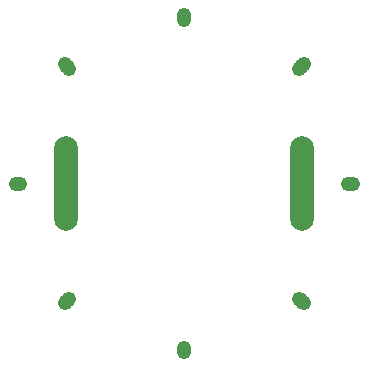
<source format=gbs>
G75*
%MOIN*%
%OFA0B0*%
%FSLAX25Y25*%
%IPPOS*%
%LPD*%
%AMOC8*
5,1,8,0,0,1.08239X$1,22.5*
%
%ADD10C,0.04762*%
%ADD11C,0.07887*%
D10*
X0021290Y0021290D03*
X0021782Y0021782D03*
X0022274Y0022274D03*
X0022767Y0022767D03*
X0006526Y0061152D03*
X0006034Y0061152D03*
X0005542Y0061152D03*
X0005050Y0061152D03*
X0022767Y0099538D03*
X0022274Y0100030D03*
X0021782Y0100522D03*
X0021290Y0101015D03*
X0061152Y0115778D03*
X0061152Y0116270D03*
X0061152Y0116763D03*
X0061152Y0117255D03*
X0099538Y0099538D03*
X0100030Y0100030D03*
X0100522Y0100522D03*
X0101015Y0101015D03*
X0115778Y0061152D03*
X0116270Y0061152D03*
X0116763Y0061152D03*
X0117255Y0061152D03*
X0099538Y0022767D03*
X0100030Y0022274D03*
X0100522Y0021782D03*
X0101015Y0021290D03*
X0061152Y0006526D03*
X0061152Y0006034D03*
X0061152Y0005542D03*
X0061152Y0005050D03*
D11*
X0021782Y0049341D03*
X0021782Y0050326D03*
X0021782Y0051310D03*
X0021782Y0052294D03*
X0021782Y0053278D03*
X0021782Y0054263D03*
X0021782Y0055247D03*
X0021782Y0056231D03*
X0021782Y0057215D03*
X0021782Y0058200D03*
X0021782Y0059184D03*
X0021782Y0060168D03*
X0021782Y0061152D03*
X0021782Y0062137D03*
X0021782Y0063121D03*
X0021782Y0064105D03*
X0021782Y0065089D03*
X0021782Y0066074D03*
X0021782Y0067058D03*
X0021782Y0068042D03*
X0021782Y0069026D03*
X0021782Y0070011D03*
X0021782Y0070995D03*
X0021782Y0071979D03*
X0021782Y0072963D03*
X0100522Y0072963D03*
X0100522Y0071979D03*
X0100522Y0070995D03*
X0100522Y0070011D03*
X0100522Y0069026D03*
X0100522Y0068042D03*
X0100522Y0067058D03*
X0100522Y0066074D03*
X0100522Y0065089D03*
X0100522Y0064105D03*
X0100522Y0063121D03*
X0100522Y0062137D03*
X0100522Y0061152D03*
X0100522Y0060168D03*
X0100522Y0059184D03*
X0100522Y0058200D03*
X0100522Y0057215D03*
X0100522Y0056231D03*
X0100522Y0055247D03*
X0100522Y0054263D03*
X0100522Y0053278D03*
X0100522Y0052294D03*
X0100522Y0051310D03*
X0100522Y0050326D03*
X0100522Y0049341D03*
M02*

</source>
